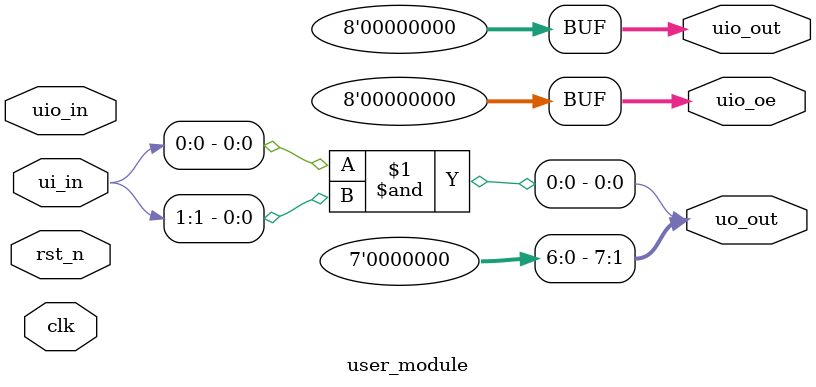
<source format=v>
/*
 * Top-level user module for Tiny Tapeout
 * 
 * This module implements your design logic.
 * Based on your pinout in info.yaml:
 * - ui[0] (A) and ui[1] (B) are inputs
 * - uo[0] (OUT) is an output
 */

module user_module(
    input wire [7:0] ui_in,    // Dedicated inputs
    output wire [7:0] uo_out,  // Dedicated outputs
    input wire [7:0] uio_in,   // IOs: Input path
    output wire [7:0] uio_out, // IOs: Output path
    output wire [7:0] uio_oe,  // IOs: Enable path (active high: 0=input, 1=output)
    input wire clk,            // Clock
    input wire rst_n           // Reset (active low)
);

    // Example: Simple AND gate using ui[0] (A) and ui[1] (B) as inputs
    // and outputting to uo[0] (OUT)
    assign uo_out[0] = ui_in[0] & ui_in[1];
    
    // Set unused outputs to 0
    assign uo_out[7:1] = 7'b0;
    
    // Configure IOs as inputs (all zeros means input mode)
    assign uio_oe = 8'b0;
    assign uio_out = 8'b0;

endmodule


</source>
